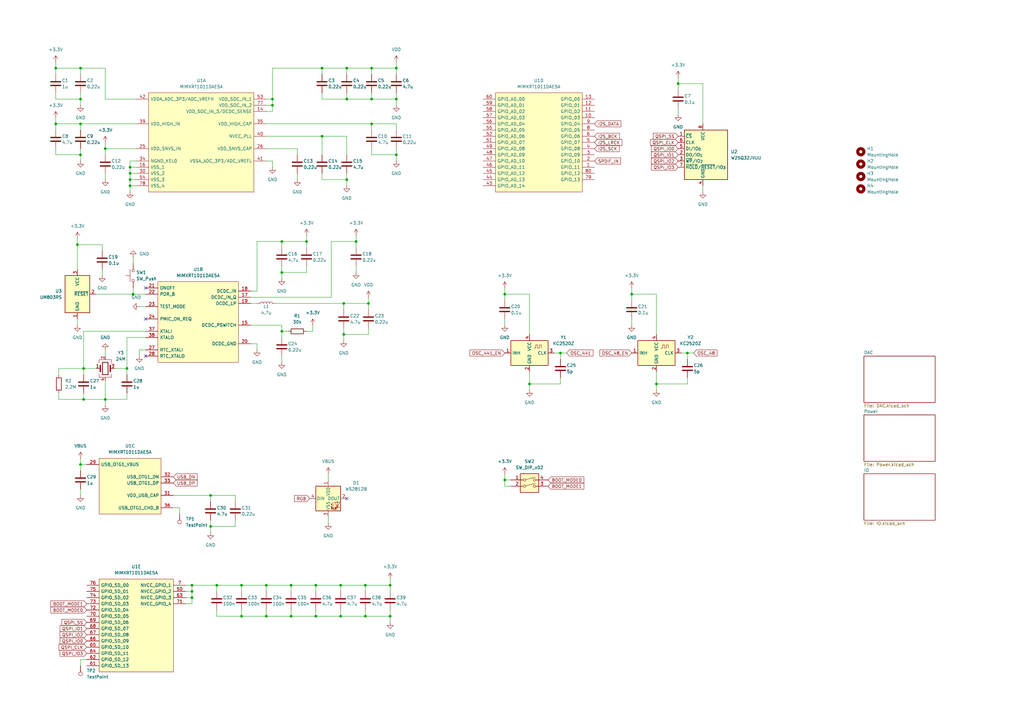
<source format=kicad_sch>
(kicad_sch (version 20250114) (generator "eeschema") (generator_version "9.0")
  (paper "A3")
  (title_block (title "PHASE-1/Digital_Audio_Interface") (rev "1") (company "Paranoid Workshop"))
  (junction (at 115.57 99.06))
  (junction (at 78.74 242.57))
  (junction (at 53.34 76.2))
  (junction (at 259.08 120.65))
  (junction (at 33.02 27.94))
  (junction (at 99.06 252.73))
  (junction (at 86.36 215.9))
  (junction (at 152.4 40.64))
  (junction (at 31.75 100.33))
  (junction (at 229.87 144.78))
  (junction (at 119.38 240.03))
  (junction (at 142.24 73.66))
  (junction (at 33.02 63.5))
  (junction (at 149.86 240.03))
  (junction (at 22.86 50.8))
  (junction (at 33.02 190.5))
  (junction (at 86.36 203.2))
  (junction (at 125.73 99.06))
  (junction (at 278.13 34.29))
  (junction (at 139.7 252.73))
  (junction (at 162.56 63.5))
  (junction (at 139.7 240.03))
  (junction (at 54.61 120.65))
  (junction (at 109.22 252.73))
  (junction (at 53.34 71.12))
  (junction (at 111.76 43.18))
  (junction (at 119.38 252.73))
  (junction (at 109.22 240.03))
  (junction (at 162.56 40.64))
  (junction (at 149.86 252.73))
  (junction (at 22.86 27.94))
  (junction (at 269.24 157.48))
  (junction (at 53.34 68.58))
  (junction (at 111.76 40.64))
  (junction (at 34.29 151.13))
  (junction (at 160.02 252.73))
  (junction (at 140.97 124.46))
  (junction (at 132.08 27.94))
  (junction (at 34.29 163.83))
  (junction (at 43.18 60.96))
  (junction (at 115.57 135.89))
  (junction (at 129.54 240.03))
  (junction (at 142.24 40.64))
  (junction (at 152.4 27.94))
  (junction (at 207.01 120.65))
  (junction (at 152.4 50.8))
  (junction (at 140.97 137.16))
  (junction (at 53.34 73.66))
  (junction (at 217.17 157.48))
  (junction (at 78.74 240.03))
  (junction (at 207.01 196.85))
  (junction (at 151.13 124.46))
  (junction (at 146.05 99.06))
  (junction (at 52.07 151.13))
  (junction (at 78.74 245.11))
  (junction (at 33.02 40.64))
  (junction (at 33.02 50.8))
  (junction (at 115.57 111.76))
  (junction (at 88.9 240.03))
  (junction (at 160.02 240.03))
  (junction (at 43.18 163.83))
  (junction (at 142.24 27.94))
  (junction (at 132.08 55.88))
  (junction (at 162.56 27.94))
  (junction (at 99.06 240.03))
  (junction (at 281.94 144.78))
  (junction (at 129.54 252.73))
  (no_connect (at 59.69 118.11))
  (no_connect (at 59.69 146.05))
  (no_connect (at 59.69 130.81))
  (no_connect (at 142.24 204.47))
  (wire (pts (xy 43.18 27.94) (xy 43.18 40.64)))
  (wire (pts (xy 99.06 252.73) (xy 109.22 252.73)))
  (wire (pts (xy 269.24 157.48) (xy 281.94 157.48)))
  (wire (pts (xy 217.17 157.48) (xy 217.17 160.02)))
  (wire (pts (xy 86.36 215.9) (xy 96.52 215.9)))
  (wire (pts (xy 132.08 27.94) (xy 142.24 27.94)))
  (wire (pts (xy 259.08 123.19) (xy 259.08 120.65)))
  (wire (pts (xy 59.69 125.73) (xy 57.15 125.73)))
  (wire (pts (xy 129.54 250.19) (xy 129.54 252.73)))
  (wire (pts (xy 142.24 71.12) (xy 142.24 73.66)))
  (wire (pts (xy 146.05 96.52) (xy 146.05 99.06)))
  (wire (pts (xy 217.17 120.65) (xy 217.17 137.16)))
  (wire (pts (xy 146.05 99.06) (xy 135.89 99.06)))
  (wire (pts (xy 139.7 240.03) (xy 149.86 240.03)))
  (wire (pts (xy 151.13 124.46) (xy 151.13 127)))
  (wire (pts (xy 111.76 45.72) (xy 109.22 45.72)))
  (wire (pts (xy 207.01 199.39) (xy 207.01 196.85)))
  (wire (pts (xy 78.74 240.03) (xy 88.9 240.03)))
  (wire (pts (xy 134.62 212.09) (xy 134.62 214.63)))
  (wire (pts (xy 76.2 242.57) (xy 78.74 242.57)))
  (wire (pts (xy 207.01 118.11) (xy 207.01 120.65)))
  (wire (pts (xy 160.02 252.73) (xy 149.86 252.73)))
  (wire (pts (xy 152.4 50.8) (xy 152.4 53.34)))
  (wire (pts (xy 109.22 252.73) (xy 109.22 250.19)))
  (wire (pts (xy 142.24 40.64) (xy 152.4 40.64)))
  (wire (pts (xy 125.73 99.06) (xy 115.57 99.06)))
  (wire (pts (xy 111.76 66.04) (xy 111.76 68.58)))
  (wire (pts (xy 76.2 247.65) (xy 78.74 247.65)))
  (wire (pts (xy 142.24 73.66) (xy 142.24 76.2)))
  (wire (pts (xy 33.02 63.5) (xy 22.86 63.5)))
  (wire (pts (xy 39.37 120.65) (xy 54.61 120.65)))
  (wire (pts (xy 109.22 242.57) (xy 109.22 240.03)))
  (wire (pts (xy 78.74 242.57) (xy 78.74 240.03)))
  (wire (pts (xy 34.29 151.13) (xy 34.29 153.67)))
  (wire (pts (xy 139.7 250.19) (xy 139.7 252.73)))
  (wire (pts (xy 281.94 144.78) (xy 279.4 144.78)))
  (wire (pts (xy 128.27 133.35) (xy 128.27 135.89)))
  (wire (pts (xy 54.61 120.65) (xy 59.69 120.65)))
  (wire (pts (xy 229.87 144.78) (xy 229.87 147.32)))
  (wire (pts (xy 96.52 213.36) (xy 96.52 215.9)))
  (wire (pts (xy 115.57 135.89) (xy 115.57 133.35)))
  (wire (pts (xy 54.61 105.41) (xy 54.61 107.95)))
  (wire (pts (xy 43.18 143.51) (xy 43.18 146.05)))
  (wire (pts (xy 88.9 252.73) (xy 88.9 250.19)))
  (wire (pts (xy 88.9 242.57) (xy 88.9 240.03)))
  (wire (pts (xy 142.24 55.88) (xy 142.24 63.5)))
  (wire (pts (xy 57.15 143.51) (xy 57.15 146.05)))
  (wire (pts (xy 22.86 63.5) (xy 22.86 60.96)))
  (wire (pts (xy 99.06 240.03) (xy 99.06 242.57)))
  (wire (pts (xy 73.66 208.28) (xy 73.66 210.82)))
  (wire (pts (xy 121.92 71.12) (xy 121.92 73.66)))
  (wire (pts (xy 102.87 119.38) (xy 105.41 119.38)))
  (wire (pts (xy 33.02 190.5) (xy 35.56 190.5)))
  (wire (pts (xy 54.61 118.11) (xy 54.61 120.65)))
  (wire (pts (xy 129.54 240.03) (xy 119.38 240.03)))
  (wire (pts (xy 162.56 60.96) (xy 162.56 63.5)))
  (wire (pts (xy 162.56 50.8) (xy 162.56 53.34)))
  (wire (pts (xy 31.75 100.33) (xy 31.75 110.49)))
  (wire (pts (xy 160.02 242.57) (xy 160.02 240.03)))
  (wire (pts (xy 115.57 111.76) (xy 115.57 114.3)))
  (wire (pts (xy 162.56 63.5) (xy 162.56 66.04)))
  (wire (pts (xy 115.57 111.76) (xy 125.73 111.76)))
  (wire (pts (xy 121.92 63.5) (xy 121.92 60.96)))
  (wire (pts (xy 281.94 157.48) (xy 281.94 154.94)))
  (wire (pts (xy 22.86 25.4) (xy 22.86 27.94)))
  (wire (pts (xy 34.29 163.83) (xy 34.29 161.29)))
  (wire (pts (xy 102.87 121.92) (xy 135.89 121.92)))
  (wire (pts (xy 132.08 55.88) (xy 132.08 63.5)))
  (wire (pts (xy 125.73 109.22) (xy 125.73 111.76)))
  (wire (pts (xy 139.7 240.03) (xy 139.7 242.57)))
  (wire (pts (xy 24.13 151.13) (xy 34.29 151.13)))
  (wire (pts (xy 53.34 71.12) (xy 53.34 73.66)))
  (wire (pts (xy 209.55 199.39) (xy 207.01 199.39)))
  (wire (pts (xy 33.02 40.64) (xy 22.86 40.64)))
  (wire (pts (xy 111.76 43.18) (xy 111.76 45.72)))
  (wire (pts (xy 207.01 194.31) (xy 207.01 196.85)))
  (wire (pts (xy 162.56 38.1) (xy 162.56 40.64)))
  (wire (pts (xy 125.73 99.06) (xy 125.73 101.6)))
  (wire (pts (xy 278.13 44.45) (xy 278.13 46.99)))
  (wire (pts (xy 115.57 135.89) (xy 115.57 138.43)))
  (wire (pts (xy 113.03 124.46) (xy 140.97 124.46)))
  (wire (pts (xy 132.08 73.66) (xy 132.08 71.12)))
  (wire (pts (xy 43.18 60.96) (xy 55.88 60.96)))
  (wire (pts (xy 52.07 151.13) (xy 46.99 151.13)))
  (wire (pts (xy 284.48 144.78) (xy 281.94 144.78)))
  (wire (pts (xy 142.24 40.64) (xy 132.08 40.64)))
  (wire (pts (xy 152.4 63.5) (xy 152.4 60.96)))
  (wire (pts (xy 152.4 30.48) (xy 152.4 27.94)))
  (wire (pts (xy 142.24 27.94) (xy 142.24 30.48)))
  (wire (pts (xy 259.08 118.11) (xy 259.08 120.65)))
  (wire (pts (xy 102.87 140.97) (xy 105.41 140.97)))
  (wire (pts (xy 152.4 27.94) (xy 162.56 27.94)))
  (wire (pts (xy 278.13 36.83) (xy 278.13 34.29)))
  (wire (pts (xy 217.17 157.48) (xy 229.87 157.48)))
  (wire (pts (xy 121.92 60.96) (xy 109.22 60.96)))
  (wire (pts (xy 59.69 138.43) (xy 52.07 138.43)))
  (wire (pts (xy 78.74 247.65) (xy 78.74 245.11)))
  (wire (pts (xy 139.7 252.73) (xy 149.86 252.73)))
  (wire (pts (xy 43.18 163.83) (xy 43.18 166.37)))
  (wire (pts (xy 33.02 27.94) (xy 43.18 27.94)))
  (wire (pts (xy 140.97 137.16) (xy 151.13 137.16)))
  (wire (pts (xy 99.06 240.03) (xy 109.22 240.03)))
  (wire (pts (xy 160.02 237.49) (xy 160.02 240.03)))
  (wire (pts (xy 278.13 34.29) (xy 288.29 34.29)))
  (wire (pts (xy 151.13 121.92) (xy 151.13 124.46)))
  (wire (pts (xy 88.9 240.03) (xy 99.06 240.03)))
  (wire (pts (xy 33.02 200.66) (xy 33.02 203.2)))
  (wire (pts (xy 115.57 135.89) (xy 118.11 135.89)))
  (wire (pts (xy 22.86 27.94) (xy 33.02 27.94)))
  (wire (pts (xy 43.18 40.64) (xy 55.88 40.64)))
  (wire (pts (xy 102.87 124.46) (xy 105.41 124.46)))
  (wire (pts (xy 78.74 240.03) (xy 76.2 240.03)))
  (wire (pts (xy 35.56 270.51) (xy 33.02 270.51)))
  (wire (pts (xy 132.08 30.48) (xy 132.08 27.94)))
  (wire (pts (xy 33.02 187.96) (xy 33.02 190.5)))
  (wire (pts (xy 33.02 27.94) (xy 33.02 30.48)))
  (wire (pts (xy 99.06 252.73) (xy 88.9 252.73)))
  (wire (pts (xy 269.24 120.65) (xy 269.24 137.16)))
  (wire (pts (xy 53.34 73.66) (xy 53.34 76.2)))
  (wire (pts (xy 109.22 55.88) (xy 132.08 55.88)))
  (wire (pts (xy 259.08 120.65) (xy 269.24 120.65)))
  (wire (pts (xy 86.36 203.2) (xy 86.36 205.74)))
  (wire (pts (xy 142.24 55.88) (xy 132.08 55.88)))
  (wire (pts (xy 134.62 194.31) (xy 134.62 196.85)))
  (wire (pts (xy 269.24 152.4) (xy 269.24 157.48)))
  (wire (pts (xy 105.41 140.97) (xy 105.41 143.51)))
  (wire (pts (xy 109.22 240.03) (xy 119.38 240.03)))
  (wire (pts (xy 86.36 215.9) (xy 86.36 218.44)))
  (wire (pts (xy 109.22 40.64) (xy 111.76 40.64)))
  (wire (pts (xy 162.56 25.4) (xy 162.56 27.94)))
  (wire (pts (xy 71.12 208.28) (xy 73.66 208.28)))
  (wire (pts (xy 140.97 137.16) (xy 140.97 139.7)))
  (wire (pts (xy 151.13 134.62) (xy 151.13 137.16)))
  (wire (pts (xy 125.73 96.52) (xy 125.73 99.06)))
  (wire (pts (xy 162.56 63.5) (xy 152.4 63.5)))
  (wire (pts (xy 53.34 68.58) (xy 55.88 68.58)))
  (wire (pts (xy 119.38 252.73) (xy 109.22 252.73)))
  (wire (pts (xy 140.97 137.16) (xy 140.97 134.62)))
  (wire (pts (xy 232.41 144.78) (xy 229.87 144.78)))
  (wire (pts (xy 129.54 242.57) (xy 129.54 240.03)))
  (wire (pts (xy 162.56 27.94) (xy 162.56 30.48)))
  (wire (pts (xy 281.94 144.78) (xy 281.94 147.32)))
  (wire (pts (xy 139.7 252.73) (xy 129.54 252.73)))
  (wire (pts (xy 207.01 120.65) (xy 217.17 120.65)))
  (wire (pts (xy 41.91 110.49) (xy 41.91 113.03)))
  (wire (pts (xy 115.57 146.05) (xy 115.57 148.59)))
  (wire (pts (xy 41.91 100.33) (xy 41.91 102.87)))
  (wire (pts (xy 43.18 63.5) (xy 43.18 60.96)))
  (wire (pts (xy 151.13 124.46) (xy 140.97 124.46)))
  (wire (pts (xy 52.07 163.83) (xy 43.18 163.83)))
  (wire (pts (xy 217.17 152.4) (xy 217.17 157.48)))
  (wire (pts (xy 53.34 71.12) (xy 55.88 71.12)))
  (wire (pts (xy 43.18 156.21) (xy 43.18 163.83)))
  (wire (pts (xy 229.87 144.78) (xy 227.33 144.78)))
  (wire (pts (xy 78.74 245.11) (xy 78.74 242.57)))
  (wire (pts (xy 96.52 203.2) (xy 86.36 203.2)))
  (wire (pts (xy 52.07 138.43) (xy 52.07 151.13)))
  (wire (pts (xy 109.22 43.18) (xy 111.76 43.18)))
  (wire (pts (xy 22.86 50.8) (xy 22.86 53.34)))
  (wire (pts (xy 142.24 38.1) (xy 142.24 40.64)))
  (wire (pts (xy 162.56 40.64) (xy 162.56 43.18)))
  (wire (pts (xy 207.01 123.19) (xy 207.01 120.65)))
  (wire (pts (xy 135.89 99.06) (xy 135.89 121.92)))
  (wire (pts (xy 99.06 250.19) (xy 99.06 252.73)))
  (wire (pts (xy 162.56 50.8) (xy 152.4 50.8)))
  (wire (pts (xy 86.36 215.9) (xy 86.36 213.36)))
  (wire (pts (xy 109.22 50.8) (xy 152.4 50.8)))
  (wire (pts (xy 33.02 40.64) (xy 33.02 43.18)))
  (wire (pts (xy 59.69 135.89) (xy 34.29 135.89)))
  (wire (pts (xy 33.02 50.8) (xy 22.86 50.8)))
  (wire (pts (xy 229.87 157.48) (xy 229.87 154.94)))
  (wire (pts (xy 111.76 27.94) (xy 111.76 40.64)))
  (wire (pts (xy 24.13 163.83) (xy 34.29 163.83)))
  (wire (pts (xy 53.34 73.66) (xy 55.88 73.66)))
  (wire (pts (xy 129.54 240.03) (xy 139.7 240.03)))
  (wire (pts (xy 109.22 66.04) (xy 111.76 66.04)))
  (wire (pts (xy 31.75 130.81) (xy 31.75 133.35)))
  (wire (pts (xy 43.18 71.12) (xy 43.18 73.66)))
  (wire (pts (xy 129.54 252.73) (xy 119.38 252.73)))
  (wire (pts (xy 22.86 30.48) (xy 22.86 27.94)))
  (wire (pts (xy 149.86 252.73) (xy 149.86 250.19)))
  (wire (pts (xy 146.05 101.6) (xy 146.05 99.06)))
  (wire (pts (xy 119.38 250.19) (xy 119.38 252.73)))
  (wire (pts (xy 53.34 66.04) (xy 53.34 68.58)))
  (wire (pts (xy 160.02 250.19) (xy 160.02 252.73)))
  (wire (pts (xy 149.86 242.57) (xy 149.86 240.03)))
  (wire (pts (xy 96.52 203.2) (xy 96.52 205.74)))
  (wire (pts (xy 162.56 40.64) (xy 152.4 40.64)))
  (wire (pts (xy 105.41 119.38) (xy 105.41 99.06)))
  (wire (pts (xy 259.08 130.81) (xy 259.08 133.35)))
  (wire (pts (xy 33.02 50.8) (xy 33.02 53.34)))
  (wire (pts (xy 288.29 76.2) (xy 288.29 78.74)))
  (wire (pts (xy 102.87 133.35) (xy 115.57 133.35)))
  (wire (pts (xy 22.86 48.26) (xy 22.86 50.8)))
  (wire (pts (xy 33.02 270.51) (xy 33.02 273.05)))
  (wire (pts (xy 132.08 40.64) (xy 132.08 38.1)))
  (wire (pts (xy 160.02 240.03) (xy 149.86 240.03)))
  (wire (pts (xy 140.97 124.46) (xy 140.97 127)))
  (wire (pts (xy 55.88 50.8) (xy 33.02 50.8)))
  (wire (pts (xy 142.24 27.94) (xy 152.4 27.94)))
  (wire (pts (xy 33.02 60.96) (xy 33.02 63.5)))
  (wire (pts (xy 59.69 143.51) (xy 57.15 143.51)))
  (wire (pts (xy 76.2 245.11) (xy 78.74 245.11)))
  (wire (pts (xy 71.12 203.2) (xy 86.36 203.2)))
  (wire (pts (xy 43.18 58.42) (xy 43.18 60.96)))
  (wire (pts (xy 115.57 99.06) (xy 115.57 101.6)))
  (wire (pts (xy 33.02 63.5) (xy 33.02 66.04)))
  (wire (pts (xy 278.13 31.75) (xy 278.13 34.29)))
  (wire (pts (xy 115.57 111.76) (xy 115.57 109.22)))
  (wire (pts (xy 53.34 76.2) (xy 55.88 76.2)))
  (wire (pts (xy 53.34 76.2) (xy 53.34 78.74)))
  (wire (pts (xy 24.13 161.29) (xy 24.13 163.83)))
  (wire (pts (xy 105.41 99.06) (xy 115.57 99.06)))
  (wire (pts (xy 33.02 190.5) (xy 33.02 193.04)))
  (wire (pts (xy 119.38 240.03) (xy 119.38 242.57)))
  (wire (pts (xy 269.24 157.48) (xy 269.24 160.02)))
  (wire (pts (xy 43.18 163.83) (xy 34.29 163.83)))
  (wire (pts (xy 31.75 97.79) (xy 31.75 100.33)))
  (wire (pts (xy 132.08 27.94) (xy 111.76 27.94)))
  (wire (pts (xy 111.76 40.64) (xy 111.76 43.18)))
  (wire (pts (xy 207.01 130.81) (xy 207.01 133.35)))
  (wire (pts (xy 53.34 68.58) (xy 53.34 71.12)))
  (wire (pts (xy 52.07 151.13) (xy 52.07 153.67)))
  (wire (pts (xy 34.29 151.13) (xy 39.37 151.13)))
  (wire (pts (xy 22.86 40.64) (xy 22.86 38.1)))
  (wire (pts (xy 33.02 38.1) (xy 33.02 40.64)))
  (wire (pts (xy 142.24 73.66) (xy 132.08 73.66)))
  (wire (pts (xy 41.91 100.33) (xy 31.75 100.33)))
  (wire (pts (xy 152.4 40.64) (xy 152.4 38.1)))
  (wire (pts (xy 34.29 135.89) (xy 34.29 151.13)))
  (wire (pts (xy 52.07 161.29) (xy 52.07 163.83)))
  (wire (pts (xy 160.02 252.73) (xy 160.02 255.27)))
  (wire (pts (xy 55.88 66.04) (xy 53.34 66.04)))
  (wire (pts (xy 128.27 135.89) (xy 125.73 135.89)))
  (wire (pts (xy 146.05 109.22) (xy 146.05 111.76)))
  (wire (pts (xy 288.29 34.29) (xy 288.29 50.8)))
  (wire (pts (xy 24.13 153.67) (xy 24.13 151.13)))
  (wire (pts (xy 207.01 196.85) (xy 209.55 196.85)))
  (global_label "QSPI_CLK" (shape input) (at 35.56 265.43 180) (property "Intersheetrefs" "${INTERSHEET_REFS}" (effects (hide yes))))
  (global_label "BOOT_MODE0" (shape input) (at 35.56 250.19 180) (property "Intersheetrefs" "${INTERSHEET_REFS}" (effects (hide yes))))
  (global_label "QSPI_CLK" (shape input) (at 278.13 58.42 180) (property "Intersheetrefs" "${INTERSHEET_REFS}" (effects (hide yes))))
  (global_label "QSPI_IO1" (shape input) (at 35.56 257.81 180) (property "Intersheetrefs" "${INTERSHEET_REFS}" (effects (hide yes))))
  (global_label "BOOT_MODE1" (shape input) (at 35.56 247.65 180) (property "Intersheetrefs" "${INTERSHEET_REFS}" (effects (hide yes))))
  (global_label "QSPI_IO3" (shape input) (at 35.56 267.97 180) (property "Intersheetrefs" "${INTERSHEET_REFS}" (effects (hide yes))))
  (global_label "USB_DP" (shape input) (at 71.12 198.12 0) (property "Intersheetrefs" "${INTERSHEET_REFS}" (effects (hide yes))))
  (global_label "QSPI_IO2" (shape input) (at 278.13 66.04 180) (property "Intersheetrefs" "${INTERSHEET_REFS}" (effects (hide yes))))
  (global_label "QSPI_SS" (shape input) (at 278.13 55.88 180) (property "Intersheetrefs" "${INTERSHEET_REFS}" (effects (hide yes))))
  (global_label "OSC_48_EN" (shape input) (at 259.08 144.78 180) (property "Intersheetrefs" "${INTERSHEET_REFS}" (effects (hide yes))))
  (global_label "I2S_BCK" (shape input) (at 243.84 55.88 0) (property "Intersheetrefs" "${INTERSHEET_REFS}" (effects (hide yes))))
  (global_label "QSPI_IO1" (shape input) (at 278.13 63.5 180) (property "Intersheetrefs" "${INTERSHEET_REFS}" (effects (hide yes))))
  (global_label "QSPI_IO3" (shape input) (at 278.13 68.58 180) (property "Intersheetrefs" "${INTERSHEET_REFS}" (effects (hide yes))))
  (global_label "I2S_LRCK" (shape input) (at 243.84 58.42 0) (property "Intersheetrefs" "${INTERSHEET_REFS}" (effects (hide yes))))
  (global_label "USB_DN" (shape input) (at 71.12 195.58 0) (property "Intersheetrefs" "${INTERSHEET_REFS}" (effects (hide yes))))
  (global_label "OSC_441_EN" (shape input) (at 207.01 144.78 180) (property "Intersheetrefs" "${INTERSHEET_REFS}" (effects (hide yes))))
  (global_label "OSC_441" (shape input) (at 232.41 144.78 0) (property "Intersheetrefs" "${INTERSHEET_REFS}" (effects (hide yes))))
  (global_label "I2S_DATA" (shape input) (at 243.84 50.8 0) (property "Intersheetrefs" "${INTERSHEET_REFS}" (effects (hide yes))))
  (global_label "I2S_SCK" (shape input) (at 243.84 60.96 0) (property "Intersheetrefs" "${INTERSHEET_REFS}" (effects (hide yes))))
  (global_label "BOOT_MODE0" (shape input) (at 224.79 196.85 0) (property "Intersheetrefs" "${INTERSHEET_REFS}" (effects (hide yes))))
  (global_label "QSPI_IO0" (shape input) (at 35.56 262.89 180) (property "Intersheetrefs" "${INTERSHEET_REFS}" (effects (hide yes))))
  (global_label "RGB" (shape input) (at 127 204.47 180) (property "Intersheetrefs" "${INTERSHEET_REFS}" (effects (hide yes))))
  (global_label "QSPI_IO2" (shape input) (at 35.56 260.35 180) (property "Intersheetrefs" "${INTERSHEET_REFS}" (effects (hide yes))))
  (global_label "QSPI_IO0" (shape input) (at 278.13 60.96 180) (property "Intersheetrefs" "${INTERSHEET_REFS}" (effects (hide yes))))
  (global_label "OSC_48" (shape input) (at 284.48 144.78 0) (property "Intersheetrefs" "${INTERSHEET_REFS}" (effects (hide yes))))
  (global_label "QSPI_SS" (shape input) (at 35.56 255.27 180) (property "Intersheetrefs" "${INTERSHEET_REFS}" (effects (hide yes))))
  (global_label "SPDIF_IN" (shape input) (at 243.84 66.04 0) (property "Intersheetrefs" "${INTERSHEET_REFS}" (effects (hide yes))))
  (global_label "BOOT_MODE1" (shape input) (at 224.79 199.39 0) (property "Intersheetrefs" "${INTERSHEET_REFS}" (effects (hide yes))))
  (symbol (lib_id "power:GND") (at 115.57 114.3 0) (unit 1)
    (property "Reference" "#PWR023" (effects (hide yes)))
    (property "Value" "GND" (at 115.57 119.38 0))
    (property "Description" "Power symbol creates a global label with name \"GND\" , ground" (effects (hide yes)))
  )
  (symbol (lib_id "Device:C") (at 33.02 196.85 0) (unit 1)
    (property "Reference" "C29" (at 35.56 195.58 0) (effects (justify left)))
    (property "Value" "1u" (at 35.56 198.12 0) (effects (justify left)))
    (property "Footprint" "Capacitor_SMD:C_0402_1005Metric" (effects (hide yes)))
    (property "Description" "Unpolarized capacitor" (effects (hide yes)))
  )
  (symbol (lib_id "Device:C") (at 88.9 246.38 0) (unit 1)
    (property "Reference" "C32" (at 91.44 245.11 0) (effects (justify left)))
    (property "Value" "100n" (at 91.44 247.65 0) (effects (justify left)))
    (property "Footprint" "Capacitor_SMD:C_0402_1005Metric" (effects (hide yes)))
    (property "Description" "Unpolarized capacitor" (effects (hide yes)))
  )
  (symbol (lib_id "power:VDD") (at 151.13 121.92 0) (unit 1)
    (property "Reference" "#PWR026" (effects (hide yes)))
    (property "Value" "VDD" (at 151.13 116.84 0))
    (property "Description" "Power symbol creates a global label with name \"VDD\"" (effects (hide yes)))
  )
  (symbol (lib_id "Device:C") (at 22.86 57.15 0) (unit 1)
    (property "Reference" "C8" (at 25.4 55.88 0) (effects (justify left)))
    (property "Value" "4.7u" (at 25.4 58.42 0) (effects (justify left)))
    (property "Footprint" "Capacitor_SMD:C_0402_1005Metric" (effects (hide yes)))
    (property "Description" "Unpolarized capacitor" (effects (hide yes)))
  )
  (symbol (lib_id "Device:Crystal_GND24") (at 43.18 151.13 0) (unit 1)
    (property "Reference" "Y3" (at 49.53 144.7098 0))
    (property "Value" "24M" (at 49.53 147.2498 0))
    (property "Footprint" "Oscillator:Oscillator_SMD_Kyocera_KC2520Z-4Pin_2.5x2.0mm" (effects (hide yes)))
    (property "Description" "Four pin crystal, GND on pins 2 and 4" (effects (hide yes)))
  )
  (symbol (lib_id "Device:C") (at 119.38 246.38 0) (unit 1)
    (property "Reference" "C35" (at 121.92 245.11 0) (effects (justify left)))
    (property "Value" "100n" (at 121.92 247.65 0) (effects (justify left)))
    (property "Footprint" "Capacitor_SMD:C_0402_1005Metric" (effects (hide yes)))
    (property "Description" "Unpolarized capacitor" (effects (hide yes)))
  )
  (symbol (lib_id "power:+3.3V") (at 207.01 118.11 0) (unit 1)
    (property "Reference" "#PWR024" (effects (hide yes)))
    (property "Value" "+3.3V" (at 207.01 113.03 0))
    (property "Description" "Power symbol creates a global label with name \"+3.3V\"" (effects (hide yes)))
  )
  (symbol (lib_id "power:+3.3V") (at 125.73 96.52 0) (unit 1)
    (property "Reference" "#PWR017" (effects (hide yes)))
    (property "Value" "+3.3V" (at 125.73 91.44 0))
    (property "Description" "Power symbol creates a global label with name \"+3.3V\"" (effects (hide yes)))
  )
  (symbol (lib_id "utils:MIMXRT1011DAE5A") (at 81.28 132.08 0) (unit 2)
    (property "Reference" "U1" (at 81.28 110.49 0))
    (property "Value" "MIMXRT1011DAE5A" (at 81.28 113.03 0))
    (property "Footprint" "Package_QFP:LQFP-80_12x12mm_P0.5mm" (effects (hide yes)))
    (property "Datasheet" "http://www.nxp.com/docs/en/data-sheet/IMXRT1010CEC.pdf" (effects (hide yes)))
    (property "Description" "ARM Microcontrollers - MCU i.MX RT1010 Crossover MCU with Arm<sup> </sup> Cortex<sup> </sup>-M7 core" (effects (hide yes)))
    (property "Description_1" "ARM Microcontrollers - MCU i.MX RT1010 Crossover MCU with Arm<sup> </sup> Cortex<sup> </sup>-M7 core" (effects (hide yes)))
    (property "Height" "1.6" (effects (hide yes)))
    (property "Manufacturer_Name" "NXP" (effects (hide yes)))
    (property "Manufacturer_Part_Number" "MIMXRT1011DAE5A" (effects (hide yes)))
    (property "Mouser Part Number" "771-MIMXRT1011DAE5A" (effects (hide yes)))
    (property "Mouser Price/Stock" "https://www.mouser.co.uk/ProductDetail/NXP-Semiconductors/MIMXRT1011DAE5A?qs=P1JMDcb91o5GoeF%252BJrcvqQ%3D%3D" (effects (hide yes)))
    (property "Arrow Part Number" "MIMXRT1011DAE5A" (effects (hide yes)))
    (property "Arrow Price/Stock" "https://www.arrow.com/en/products/mimxrt1011dae5a/nxp-semiconductors?region=nac" (effects (hide yes)))
  )
  (symbol (lib_id "power:VBUS") (at 134.62 194.31 0) (unit 1)
    (property "Reference" "#PWR041" (effects (hide yes)))
    (property "Value" "VBUS" (at 134.62 189.23 0))
    (property "Description" "Power symbol creates a global label with name \"VBUS\"" (effects (hide yes)))
  )
  (symbol (lib_id "power:+3.3V") (at 278.13 31.75 0) (unit 1)
    (property "Reference" "#PWR03" (effects (hide yes)))
    (property "Value" "+3.3V" (at 278.13 26.67 0))
    (property "Description" "Power symbol creates a global label with name \"+3.3V\"" (effects (hide yes)))
  )
  (symbol (lib_id "Device:C") (at 162.56 57.15 0) (unit 1)
    (property "Reference" "C11" (at 165.1 55.88 0) (effects (justify left)))
    (property "Value" "0.22u" (at 165.1 58.42 0) (effects (justify left)))
    (property "Footprint" "Capacitor_SMD:C_0402_1005Metric" (effects (hide yes)))
    (property "Description" "Unpolarized capacitor" (effects (hide yes)))
  )
  (symbol (lib_id "power:GND") (at 33.02 66.04 0) (unit 1)
    (property "Reference" "#PWR09" (effects (hide yes)))
    (property "Value" "GND" (at 33.02 71.12 0))
    (property "Description" "Power symbol creates a global label with name \"GND\" , ground" (effects (hide yes)))
  )
  (symbol (lib_id "power:+3.3V") (at 160.02 237.49 0) (unit 1)
    (property "Reference" "#PWR046" (effects (hide yes)))
    (property "Value" "+3.3V" (at 160.02 232.41 0))
    (property "Description" "Power symbol creates a global label with name \"+3.3V\"" (effects (hide yes)))
  )
  (symbol (lib_id "Device:C") (at 86.36 209.55 0) (unit 1)
    (property "Reference" "C30" (at 88.9 208.28 0) (effects (justify left)))
    (property "Value" "4.7u" (at 88.9 210.82 0) (effects (justify left)))
    (property "Footprint" "Capacitor_SMD:C_0402_1005Metric" (effects (hide yes)))
    (property "Description" "Unpolarized capacitor" (effects (hide yes)))
  )
  (symbol (lib_id "Connector:TestPoint") (at 73.66 210.82 180) (unit 1)
    (property "Reference" "TP1" (at 76.2 212.8519 0) (effects (justify right)))
    (property "Value" "TestPoint" (at 76.2 215.3919 0) (effects (justify right)))
    (property "Footprint" "TestPoint:TestPoint_Pad_D1.0mm" (effects (hide yes)))
    (property "Description" "test point" (effects (hide yes)))
  )
  (symbol (lib_id "Device:R") (at 24.13 157.48 0) (unit 1)
    (property "Reference" "R2" (at 26.67 156.2099 0) (effects (justify left)))
    (property "Value" "2.2M" (at 26.67 158.7499 0) (effects (justify left)))
    (property "Footprint" "Resistor_SMD:R_0402_1005Metric" (effects (hide yes)))
    (property "Description" "Resistor" (effects (hide yes)))
  )
  (symbol (lib_id "Device:C") (at 152.4 57.15 0) (unit 1)
    (property "Reference" "C10" (at 154.94 55.88 0) (effects (justify left)))
    (property "Value" "4.7u" (at 154.94 58.42 0) (effects (justify left)))
    (property "Footprint" "Capacitor_SMD:C_0402_1005Metric" (effects (hide yes)))
    (property "Description" "Unpolarized capacitor" (effects (hide yes)))
  )
  (symbol (lib_id "power:GND") (at 288.29 78.74 0) (unit 1)
    (property "Reference" "#PWR016" (effects (hide yes)))
    (property "Value" "GND" (at 288.29 83.82 0))
    (property "Description" "Power symbol creates a global label with name \"GND\" , ground" (effects (hide yes)))
  )
  (symbol (lib_id "power:GND") (at 43.18 73.66 0) (unit 1)
    (property "Reference" "#PWR012" (effects (hide yes)))
    (property "Value" "GND" (at 43.18 78.74 0))
    (property "Description" "Power symbol creates a global label with name \"GND\" , ground" (effects (hide yes)))
  )
  (symbol (lib_id "utils:MIMXRT1011DAE5A") (at 55.88 256.54 0) (unit 5)
    (property "Reference" "U1" (at 55.88 232.41 0))
    (property "Value" "MIMXRT1011DAE5A" (at 55.88 234.95 0))
    (property "Footprint" "Package_QFP:LQFP-80_12x12mm_P0.5mm" (effects (hide yes)))
    (property "Datasheet" "http://www.nxp.com/docs/en/data-sheet/IMXRT1010CEC.pdf" (effects (hide yes)))
    (property "Description" "ARM Microcontrollers - MCU i.MX RT1010 Crossover MCU with Arm<sup> </sup> Cortex<sup> </sup>-M7 core" (effects (hide yes)))
    (property "Description_1" "ARM Microcontrollers - MCU i.MX RT1010 Crossover MCU with Arm<sup> </sup> Cortex<sup> </sup>-M7 core" (effects (hide yes)))
    (property "Height" "1.6" (effects (hide yes)))
    (property "Manufacturer_Name" "NXP" (effects (hide yes)))
    (property "Manufacturer_Part_Number" "MIMXRT1011DAE5A" (effects (hide yes)))
    (property "Mouser Part Number" "771-MIMXRT1011DAE5A" (effects (hide yes)))
    (property "Mouser Price/Stock" "https://www.mouser.co.uk/ProductDetail/NXP-Semiconductors/MIMXRT1011DAE5A?qs=P1JMDcb91o5GoeF%252BJrcvqQ%3D%3D" (effects (hide yes)))
    (property "Arrow Part Number" "MIMXRT1011DAE5A" (effects (hide yes)))
    (property "Arrow Price/Stock" "https://www.arrow.com/en/products/mimxrt1011dae5a/nxp-semiconductors?region=nac" (effects (hide yes)))
  )
  (symbol (lib_id "Device:C") (at 152.4 34.29 0) (unit 1)
    (property "Reference" "C5" (at 154.94 33.02 0) (effects (justify left)))
    (property "Value" "0.22u" (at 154.94 35.56 0) (effects (justify left)))
    (property "Footprint" "Capacitor_SMD:C_0402_1005Metric" (effects (hide yes)))
    (property "Description" "Unpolarized capacitor" (effects (hide yes)))
  )
  (symbol (lib_id "utils:MIMXRT1011DAE5A") (at 82.55 58.42 0) (unit 1)
    (property "Reference" "U1" (at 82.55 33.02 0))
    (property "Value" "MIMXRT1011DAE5A" (at 82.55 35.56 0))
    (property "Footprint" "Package_QFP:LQFP-80_12x12mm_P0.5mm" (effects (hide yes)))
    (property "Datasheet" "http://www.nxp.com/docs/en/data-sheet/IMXRT1010CEC.pdf" (effects (hide yes)))
    (property "Description" "ARM Microcontrollers - MCU i.MX RT1010 Crossover MCU with Arm<sup> </sup> Cortex<sup> </sup>-M7 core" (effects (hide yes)))
    (property "Description_1" "ARM Microcontrollers - MCU i.MX RT1010 Crossover MCU with Arm<sup> </sup> Cortex<sup> </sup>-M7 core" (effects (hide yes)))
    (property "Height" "1.6" (effects (hide yes)))
    (property "Manufacturer_Name" "NXP" (effects (hide yes)))
    (property "Manufacturer_Part_Number" "MIMXRT1011DAE5A" (effects (hide yes)))
    (property "Mouser Part Number" "771-MIMXRT1011DAE5A" (effects (hide yes)))
    (property "Mouser Price/Stock" "https://www.mouser.co.uk/ProductDetail/NXP-Semiconductors/MIMXRT1011DAE5A?qs=P1JMDcb91o5GoeF%252BJrcvqQ%3D%3D" (effects (hide yes)))
    (property "Arrow Part Number" "MIMXRT1011DAE5A" (effects (hide yes)))
    (property "Arrow Price/Stock" "https://www.arrow.com/en/products/mimxrt1011dae5a/nxp-semiconductors?region=nac" (effects (hide yes)))
  )
  (symbol (lib_id "Mechanical:MountingHole") (at 353.06 77.47 0) (unit 1) (in_bom no)
    (property "Reference" "H4" (at 355.6 76.1999 0) (effects (justify left)))
    (property "Value" "MountingHole" (at 355.6 78.7399 0) (effects (justify left)))
    (property "Footprint" "MountingHole:MountingHole_2.2mm_M2" (effects (hide yes)))
    (property "Description" "Mounting Hole without connection" (effects (hide yes)))
  )
  (symbol (lib_id "power:GND") (at 140.97 139.7 0) (unit 1)
    (property "Reference" "#PWR032" (effects (hide yes)))
    (property "Value" "GND" (at 140.97 144.78 0))
    (property "Description" "Power symbol creates a global label with name \"GND\" , ground" (effects (hide yes)))
  )
  (symbol (lib_id "power:VDD") (at 162.56 25.4 0) (unit 1)
    (property "Reference" "#PWR02" (effects (hide yes)))
    (property "Value" "VDD" (at 162.56 20.32 0))
    (property "Description" "Power symbol creates a global label with name \"VDD\"" (effects (hide yes)))
  )
  (symbol (lib_id "power:GND") (at 33.02 203.2 0) (unit 1)
    (property "Reference" "#PWR043" (effects (hide yes)))
    (property "Value" "GND" (at 33.02 208.28 0))
    (property "Description" "Power symbol creates a global label with name \"GND\" , ground" (effects (hide yes)))
  )
  (symbol (lib_id "power:+3.3V") (at 259.08 118.11 0) (unit 1)
    (property "Reference" "#PWR025" (effects (hide yes)))
    (property "Value" "+3.3V" (at 259.08 113.03 0))
    (property "Description" "Power symbol creates a global label with name \"+3.3V\"" (effects (hide yes)))
  )
  (symbol (lib_id "power:+3.3V") (at 31.75 97.79 0) (unit 1)
    (property "Reference" "#PWR019" (effects (hide yes)))
    (property "Value" "+3.3V" (at 31.75 92.71 0))
    (property "Description" "Power symbol creates a global label with name \"+3.3V\"" (effects (hide yes)))
  )
  (symbol (lib_id "Mechanical:MountingHole") (at 353.06 67.31 0) (unit 1) (in_bom no)
    (property "Reference" "H2" (at 355.6 66.0399 0) (effects (justify left)))
    (property "Value" "MountingHole" (at 355.6 68.5799 0) (effects (justify left)))
    (property "Footprint" "MountingHole:MountingHole_2.2mm_M2" (effects (hide yes)))
    (property "Description" "Mounting Hole without connection" (effects (hide yes)))
  )
  (symbol (lib_id "Device:C") (at 125.73 105.41 0) (unit 1)
    (property "Reference" "C17" (at 128.27 104.14 0) (effects (justify left)))
    (property "Value" "0.22u" (at 128.27 106.68 0) (effects (justify left)))
    (property "Footprint" "Capacitor_SMD:C_0402_1005Metric" (effects (hide yes)))
    (property "Description" "Unpolarized capacitor" (effects (hide yes)))
  )
  (symbol (lib_id "power:GND") (at 134.62 214.63 0) (unit 1)
    (property "Reference" "#PWR044" (effects (hide yes)))
    (property "Value" "GND" (at 134.62 219.71 0))
    (property "Description" "Power symbol creates a global label with name \"GND\" , ground" (effects (hide yes)))
  )
  (symbol (lib_id "power:GND") (at 54.61 105.41 180) (unit 1)
    (property "Reference" "#PWR020" (effects (hide yes)))
    (property "Value" "GND" (at 57.15 104.1399 0) (effects (justify right)))
    (property "Description" "Power symbol creates a global label with name \"GND\" , ground" (effects (hide yes)))
  )
  (symbol (lib_id "Mechanical:MountingHole") (at 353.06 62.23 0) (unit 1) (in_bom no)
    (property "Reference" "H1" (at 355.6 60.9599 0) (effects (justify left)))
    (property "Value" "MountingHole" (at 355.6 63.4999 0) (effects (justify left)))
    (property "Footprint" "MountingHole:MountingHole_2.2mm_M2" (effects (hide yes)))
    (property "Description" "Mounting Hole without connection" (effects (hide yes)))
  )
  (symbol (lib_id "power:GND") (at 278.13 46.99 0) (unit 1)
    (property "Reference" "#PWR06" (effects (hide yes)))
    (property "Value" "GND" (at 278.13 52.07 0))
    (property "Description" "Power symbol creates a global label with name \"GND\" , ground" (effects (hide yes)))
  )
  (symbol (lib_id "power:GND") (at 31.75 133.35 0) (unit 1)
    (property "Reference" "#PWR028" (effects (hide yes)))
    (property "Value" "GND" (at 31.75 138.43 0))
    (property "Description" "Power symbol creates a global label with name \"GND\" , ground" (effects (hide yes)))
  )
  (symbol (lib_id "power:GND") (at 33.02 43.18 0) (unit 1)
    (property "Reference" "#PWR04" (effects (hide yes)))
    (property "Value" "GND" (at 33.02 48.26 0))
    (property "Description" "Power symbol creates a global label with name \"GND\" , ground" (effects (hide yes)))
  )
  (symbol (lib_id "Device:C") (at 259.08 127 0) (unit 1)
    (property "Reference" "C21" (at 261.62 125.73 0) (effects (justify left)))
    (property "Value" "0.1u" (at 261.62 128.27 0) (effects (justify left)))
    (property "Footprint" "Capacitor_SMD:C_0402_1005Metric" (effects (hide yes)))
    (property "Description" "Unpolarized capacitor" (effects (hide yes)))
  )
  (symbol (lib_id "power:+3.3V") (at 146.05 96.52 0) (unit 1)
    (property "Reference" "#PWR018" (effects (hide yes)))
    (property "Value" "+3.3V" (at 146.05 91.44 0))
    (property "Description" "Power symbol creates a global label with name \"+3.3V\"" (effects (hide yes)))
  )
  (symbol (lib_id "Device:C") (at 52.07 157.48 0) (unit 1)
    (property "Reference" "C28" (at 54.61 156.21 0) (effects (justify left)))
    (property "Value" "1u" (at 54.61 158.75 0) (effects (justify left)))
    (property "Footprint" "Capacitor_SMD:C_0402_1005Metric" (effects (hide yes)))
    (property "Description" "Unpolarized capacitor" (effects (hide yes)))
  )
  (symbol (lib_id "Device:C") (at 132.08 67.31 0) (unit 1)
    (property "Reference" "C14" (at 134.62 66.04 0) (effects (justify left)))
    (property "Value" "0.22u" (at 134.62 68.58 0) (effects (justify left)))
    (property "Footprint" "Capacitor_SMD:C_0402_1005Metric" (effects (hide yes)))
    (property "Description" "Unpolarized capacitor" (effects (hide yes)))
  )
  (symbol (lib_id "Memory_Flash:W25Q32JVSS") (at 288.29 63.5 0) (unit 1)
    (property "Reference" "U2" (at 299.72 62.2299 0) (effects (justify left)))
    (property "Value" "W25Q32JVUU" (at 299.72 64.7699 0) (effects (justify left)))
    (property "Footprint" "Package_SON:Winbond_USON-8-2EP_3x4mm_P0.8mm_EP0.2x0.8mm" (effects (hide yes)))
    (property "Datasheet" "http://www.winbond.com/resource-files/w25q32jv%20revg%2003272018%20plus.pdf" (effects (hide yes)))
    (property "Description" "32Mbit / 4MiB Serial Flash Memory, Standard/Dual/Quad SPI, 2.7-3.6V, SOIC-8 (208 mil)" (effects (hide yes)))
  )
  (symbol (lib_id "Device:C") (at 139.7 246.38 0) (unit 1)
    (property "Reference" "C37" (at 142.24 245.11 0) (effects (justify left)))
    (property "Value" "4.7u" (at 142.24 247.65 0) (effects (justify left)))
    (property "Footprint" "Capacitor_SMD:C_0402_1005Metric" (effects (hide yes)))
    (property "Description" "Unpolarized capacitor" (effects (hide yes)))
  )
  (symbol (lib_id "power:GND") (at 57.15 125.73 270) (unit 1)
    (property "Reference" "#PWR027" (effects (hide yes)))
    (property "Value" "GND" (at 55.88 121.92 90))
    (property "Description" "Power symbol creates a global label with name \"GND\" , ground" (effects (hide yes)))
  )
  (symbol (lib_id "Device:C") (at 43.18 67.31 0) (unit 1)
    (property "Reference" "C12" (at 45.72 66.04 0) (effects (justify left)))
    (property "Value" "0.22u" (at 45.72 68.58 0) (effects (justify left)))
    (property "Footprint" "Capacitor_SMD:C_0402_1005Metric" (effects (hide yes)))
    (property "Description" "Unpolarized capacitor" (effects (hide yes)))
  )
  (symbol (lib_id "power:GND") (at 115.57 148.59 0) (unit 1)
    (property "Reference" "#PWR036" (effects (hide yes)))
    (property "Value" "GND" (at 115.57 153.67 0))
    (property "Description" "Power symbol creates a global label with name \"GND\" , ground" (effects (hide yes)))
  )
  (symbol (lib_id "power:GND") (at 43.18 166.37 0) (unit 1)
    (property "Reference" "#PWR039" (effects (hide yes)))
    (property "Value" "GND" (at 43.18 171.45 0))
    (property "Description" "Power symbol creates a global label with name \"GND\" , ground" (effects (hide yes)))
  )
  (symbol (lib_id "utils:MIMXRT1011DAE5A") (at 220.98 58.42 0) (unit 4)
    (property "Reference" "U1" (at 220.98 33.02 0))
    (property "Value" "MIMXRT1011DAE5A" (at 220.98 35.56 0))
    (property "Footprint" "Package_QFP:LQFP-80_12x12mm_P0.5mm" (effects (hide yes)))
    (property "Datasheet" "http://www.nxp.com/docs/en/data-sheet/IMXRT1010CEC.pdf" (effects (hide yes)))
    (property "Description" "ARM Microcontrollers - MCU i.MX RT1010 Crossover MCU with Arm<sup> </sup> Cortex<sup> </sup>-M7 core" (effects (hide yes)))
    (property "Description_1" "ARM Microcontrollers - MCU i.MX RT1010 Crossover MCU with Arm<sup> </sup> Cortex<sup> </sup>-M7 core" (effects (hide yes)))
    (property "Height" "1.6" (effects (hide yes)))
    (property "Manufacturer_Name" "NXP" (effects (hide yes)))
    (property "Manufacturer_Part_Number" "MIMXRT1011DAE5A" (effects (hide yes)))
    (property "Mouser Part Number" "771-MIMXRT1011DAE5A" (effects (hide yes)))
    (property "Mouser Price/Stock" "https://www.mouser.co.uk/ProductDetail/NXP-Semiconductors/MIMXRT1011DAE5A?qs=P1JMDcb91o5GoeF%252BJrcvqQ%3D%3D" (effects (hide yes)))
    (property "Arrow Part Number" "MIMXRT1011DAE5A" (effects (hide yes)))
    (property "Arrow Price/Stock" "https://www.arrow.com/en/products/mimxrt1011dae5a/nxp-semiconductors?region=nac" (effects (hide yes)))
  )
  (symbol (lib_id "Device:C") (at 142.24 34.29 0) (unit 1)
    (property "Reference" "C4" (at 144.78 33.02 0) (effects (justify left)))
    (property "Value" "0.22u" (at 144.78 35.56 0) (effects (justify left)))
    (property "Footprint" "Capacitor_SMD:C_0402_1005Metric" (effects (hide yes)))
    (property "Description" "Unpolarized capacitor" (effects (hide yes)))
  )
  (symbol (lib_id "power:+3.3V") (at 43.18 58.42 0) (unit 1)
    (property "Reference" "#PWR08" (effects (hide yes)))
    (property "Value" "+3.3V" (at 43.18 53.34 0))
    (property "Description" "Power symbol creates a global label with name \"+3.3V\"" (effects (hide yes)))
  )
  (symbol (lib_id "Device:C") (at 278.13 40.64 0) (unit 1)
    (property "Reference" "C7" (at 280.67 39.37 0) (effects (justify left)))
    (property "Value" "0.1u" (at 280.67 41.91 0) (effects (justify left)))
    (property "Footprint" "Capacitor_SMD:C_0402_1005Metric" (effects (hide yes)))
    (property "Description" "Unpolarized capacitor" (effects (hide yes)))
  )
  (symbol (lib_id "power:GND") (at 57.15 146.05 0) (unit 1)
    (property "Reference" "#PWR035" (effects (hide yes)))
    (property "Value" "GND" (at 57.15 151.13 0))
    (property "Description" "Power symbol creates a global label with name \"GND\" , ground" (effects (hide yes)))
  )
  (symbol (lib_id "power:GND") (at 160.02 255.27 0) (unit 1)
    (property "Reference" "#PWR047" (effects (hide yes)))
    (property "Value" "GND" (at 160.02 260.35 0))
    (property "Description" "Power symbol creates a global label with name \"GND\" , ground" (effects (hide yes)))
  )
  (symbol (lib_id "Device:C") (at 109.22 246.38 0) (unit 1)
    (property "Reference" "C34" (at 111.76 245.11 0) (effects (justify left)))
    (property "Value" "100n" (at 111.76 247.65 0) (effects (justify left)))
    (property "Footprint" "Capacitor_SMD:C_0402_1005Metric" (effects (hide yes)))
    (property "Description" "Unpolarized capacitor" (effects (hide yes)))
  )
  (symbol (lib_id "power:GND") (at 162.56 43.18 0) (unit 1)
    (property "Reference" "#PWR05" (effects (hide yes)))
    (property "Value" "GND" (at 162.56 48.26 0))
    (property "Description" "Power symbol creates a global label with name \"GND\" , ground" (effects (hide yes)))
  )
  (symbol (lib_id "Device:C") (at 22.86 34.29 0) (unit 1)
    (property "Reference" "C1" (at 25.4 33.02 0) (effects (justify left)))
    (property "Value" "1u" (at 25.4 35.56 0) (effects (justify left)))
    (property "Footprint" "Capacitor_SMD:C_0402_1005Metric" (effects (hide yes)))
    (property "Description" "Unpolarized capacitor" (effects (hide yes)))
  )
  (symbol (lib_id "Device:C") (at 96.52 209.55 0) (unit 1)
    (property "Reference" "C31" (at 99.06 208.28 0) (effects (justify left)))
    (property "Value" "0.22u" (at 99.06 210.82 0) (effects (justify left)))
    (property "Footprint" "Capacitor_SMD:C_0402_1005Metric" (effects (hide yes)))
    (property "Description" "Unpolarized capacitor" (effects (hide yes)))
  )
  (symbol (lib_id "Device:C") (at 149.86 246.38 0) (unit 1)
    (property "Reference" "C38" (at 152.4 245.11 0) (effects (justify left)))
    (property "Value" "4.7u" (at 152.4 247.65 0) (effects (justify left)))
    (property "Footprint" "Capacitor_SMD:C_0402_1005Metric" (effects (hide yes)))
    (property "Description" "Unpolarized capacitor" (effects (hide yes)))
  )
  (symbol (lib_id "power:+3.3V") (at 22.86 48.26 0) (unit 1)
    (property "Reference" "#PWR07" (effects (hide yes)))
    (property "Value" "+3.3V" (at 22.86 43.18 0))
    (property "Description" "Power symbol creates a global label with name \"+3.3V\"" (effects (hide yes)))
  )
  (symbol (lib_id "Device:C") (at 41.91 106.68 0) (unit 1)
    (property "Reference" "C19" (at 44.45 105.41 0) (effects (justify left)))
    (property "Value" "0.1u" (at 44.45 107.95 0) (effects (justify left)))
    (property "Footprint" "Capacitor_SMD:C_0402_1005Metric" (effects (hide yes)))
    (property "Description" "Unpolarized capacitor" (effects (hide yes)))
  )
  (symbol (lib_id "Device:C") (at 146.05 105.41 0) (unit 1)
    (property "Reference" "C18" (at 148.59 104.14 0) (effects (justify left)))
    (property "Value" "0.22u" (at 148.59 106.68 0) (effects (justify left)))
    (property "Footprint" "Capacitor_SMD:C_0402_1005Metric" (effects (hide yes)))
    (property "Description" "Unpolarized capacitor" (effects (hide yes)))
  )
  (symbol (lib_id "power:GND") (at 41.91 113.03 0) (unit 1)
    (property "Reference" "#PWR022" (effects (hide yes)))
    (property "Value" "GND" (at 41.91 118.11 0))
    (property "Description" "Power symbol creates a global label with name \"GND\" , ground" (effects (hide yes)))
  )
  (symbol (lib_id "utils:UM803RS") (at 31.75 120.65 0) (unit 1)
    (property "Reference" "U3" (at 25.4 119.3799 0) (effects (justify right)))
    (property "Value" "UM803RS" (at 25.4 121.9199 0) (effects (justify right)))
    (property "Footprint" "Package_TO_SOT_SMD:SOT-23" (effects (hide yes)))
    (property "Datasheet" "https://www.union-ic.com/upload/Datasheet/Datasheet_UM803_Rev04.pdf" (effects (hide yes)))
    (property "Description" "Microprocessor Reset (active-low) Circuit, SOT-23" (effects (hide yes)))
  )
  (symbol (lib_id "Device:C") (at 115.57 142.24 0) (unit 1)
    (property "Reference" "C24" (at 118.11 140.97 0) (effects (justify left)))
    (property "Value" "0.22u" (at 118.11 143.51 0) (effects (justify left)))
    (property "Footprint" "Capacitor_SMD:C_0402_1005Metric" (effects (hide yes)))
    (property "Description" "Unpolarized capacitor" (effects (hide yes)))
  )
  (symbol (lib_id "Device:C") (at 162.56 34.29 0) (unit 1)
    (property "Reference" "C6" (at 165.1 33.02 0) (effects (justify left)))
    (property "Value" "4.7u" (at 165.1 35.56 0) (effects (justify left)))
    (property "Footprint" "Capacitor_SMD:C_0402_1005Metric" (effects (hide yes)))
    (property "Description" "Unpolarized capacitor" (effects (hide yes)))
  )
  (symbol (lib_id "Device:C") (at 160.02 246.38 0) (unit 1)
    (property "Reference" "C39" (at 162.56 245.11 0) (effects (justify left)))
    (property "Value" "4.7u" (at 162.56 247.65 0) (effects (justify left)))
    (property "Footprint" "Capacitor_SMD:C_0402_1005Metric" (effects (hide yes)))
    (property "Description" "Unpolarized capacitor" (effects (hide yes)))
  )
  (symbol (lib_id "power:GND") (at 162.56 66.04 0) (unit 1)
    (property "Reference" "#PWR010" (effects (hide yes)))
    (property "Value" "GND" (at 162.56 71.12 0))
    (property "Description" "Power symbol creates a global label with name \"GND\" , ground" (effects (hide yes)))
  )
  (symbol (lib_id "power:GND") (at 53.34 78.74 0) (unit 1)
    (property "Reference" "#PWR015" (effects (hide yes)))
    (property "Value" "GND" (at 53.34 83.82 0))
    (property "Description" "Power symbol creates a global label with name \"GND\" , ground" (effects (hide yes)))
  )
  (symbol (lib_id "Device:C") (at 115.57 105.41 0) (unit 1)
    (property "Reference" "C16" (at 118.11 104.14 0) (effects (justify left)))
    (property "Value" "4.7u" (at 118.11 106.68 0) (effects (justify left)))
    (property "Footprint" "Capacitor_SMD:C_0402_1005Metric" (effects (hide yes)))
    (property "Description" "Unpolarized capacitor" (effects (hide yes)))
  )
  (symbol (lib_id "Device:C") (at 132.08 34.29 0) (unit 1)
    (property "Reference" "C3" (at 134.62 33.02 0) (effects (justify left)))
    (property "Value" "0.22u" (at 134.62 35.56 0) (effects (justify left)))
    (property "Footprint" "Capacitor_SMD:C_0402_1005Metric" (effects (hide yes)))
    (property "Description" "Unpolarized capacitor" (effects (hide yes)))
  )
  (symbol (lib_id "power:GND") (at 207.01 133.35 0) (unit 1)
    (property "Reference" "#PWR030" (effects (hide yes)))
    (property "Value" "GND" (at 207.01 138.43 0))
    (property "Description" "Power symbol creates a global label with name \"GND\" , ground" (effects (hide yes)))
  )
  (symbol (lib_id "power:VBUS") (at 33.02 187.96 0) (unit 1)
    (property "Reference" "#PWR040" (effects (hide yes)))
    (property "Value" "VBUS" (at 33.02 182.88 0))
    (property "Description" "Power symbol creates a global label with name \"VBUS\"" (effects (hide yes)))
  )
  (symbol (lib_id "power:GND") (at 259.08 133.35 0) (unit 1)
    (property "Reference" "#PWR031" (effects (hide yes)))
    (property "Value" "GND" (at 259.08 138.43 0))
    (property "Description" "Power symbol creates a global label with name \"GND\" , ground" (effects (hide yes)))
  )
  (symbol (lib_id "Device:C") (at 229.87 151.13 0) (unit 1)
    (property "Reference" "C25" (at 232.41 149.86 0) (effects (justify left)))
    (property "Value" "5p" (at 232.41 152.4 0) (effects (justify left)))
    (property "Footprint" "Capacitor_SMD:C_0402_1005Metric" (effects (hide yes)))
    (property "Description" "Unpolarized capacitor" (effects (hide yes)))
  )
  (symbol (lib_id "Mechanical:MountingHole") (at 353.06 72.39 0) (unit 1) (in_bom no)
    (property "Reference" "H3" (at 355.6 71.1199 0) (effects (justify left)))
    (property "Value" "MountingHole" (at 355.6 73.6599 0) (effects (justify left)))
    (property "Footprint" "MountingHole:MountingHole_2.2mm_M2" (effects (hide yes)))
    (property "Description" "Mounting Hole without connection" (effects (hide yes)))
  )
  (symbol (lib_id "Device:C") (at 140.97 130.81 0) (unit 1)
    (property "Reference" "C22" (at 143.51 129.54 0) (effects (justify left)))
    (property "Value" "4.7u" (at 143.51 132.08 0) (effects (justify left)))
    (property "Footprint" "Capacitor_SMD:C_0402_1005Metric" (effects (hide yes)))
    (property "Description" "Unpolarized capacitor" (effects (hide yes)))
  )
  (symbol (lib_id "Device:R") (at 121.92 135.89 90) (unit 1)
    (property "Reference" "R1" (at 121.92 129.54 90))
    (property "Value" "30k" (at 121.92 132.08 90))
    (property "Footprint" "Resistor_SMD:R_0402_1005Metric" (effects (hide yes)))
    (property "Description" "Resistor" (effects (hide yes)))
  )
  (symbol (lib_id "Device:C") (at 33.02 34.29 0) (unit 1)
    (property "Reference" "C2" (at 35.56 33.02 0) (effects (justify left)))
    (property "Value" "0.22u" (at 35.56 35.56 0) (effects (justify left)))
    (property "Footprint" "Capacitor_SMD:C_0402_1005Metric" (effects (hide yes)))
    (property "Description" "Unpolarized capacitor" (effects (hide yes)))
  )
  (symbol (lib_id "power:+3.3V") (at 22.86 25.4 0) (unit 1)
    (property "Reference" "#PWR01" (effects (hide yes)))
    (property "Value" "+3.3V" (at 22.86 20.32 0))
    (property "Description" "Power symbol creates a global label with name \"+3.3V\"" (effects (hide yes)))
  )
  (symbol (lib_id "Device:C") (at 151.13 130.81 0) (unit 1)
    (property "Reference" "C23" (at 153.67 129.54 0) (effects (justify left)))
    (property "Value" "0.22u" (at 153.67 132.08 0) (effects (justify left)))
    (property "Footprint" "Capacitor_SMD:C_0402_1005Metric" (effects (hide yes)))
    (property "Description" "Unpolarized capacitor" (effects (hide yes)))
  )
  (symbol (lib_id "Oscillator:KC2520Z") (at 269.24 144.78 0) (unit 1)
    (property "Reference" "Y2" (at 283.21 138.3598 0))
    (property "Value" "KC2520Z" (at 283.21 140.8998 0))
    (property "Footprint" "Oscillator:Oscillator_SMD_Kyocera_KC2520Z-4Pin_2.5x2.0mm" (effects (hide yes)))
    (property "Datasheet" "https://global.kyocera.com/prdct/electro/product/pdf/clock_z_xz_e.pdf" (effects (hide yes)))
    (property "Description" "1.8432MHz ~ 125MHz Crystal Oscillator" (effects (hide yes)))
  )
  (symbol (lib_id "power:GND") (at 146.05 111.76 0) (unit 1)
    (property "Reference" "#PWR021" (effects (hide yes)))
    (property "Value" "GND" (at 146.05 116.84 0))
    (property "Description" "Power symbol creates a global label with name \"GND\" , ground" (effects (hide yes)))
  )
  (symbol (lib_id "Device:C") (at 207.01 127 0) (unit 1)
    (property "Reference" "C20" (at 209.55 125.73 0) (effects (justify left)))
    (property "Value" "0.1u" (at 209.55 128.27 0) (effects (justify left)))
    (property "Footprint" "Capacitor_SMD:C_0402_1005Metric" (effects (hide yes)))
    (property "Description" "Unpolarized capacitor" (effects (hide yes)))
  )
  (symbol (lib_id "Device:C") (at 33.02 57.15 0) (unit 1)
    (property "Reference" "C9" (at 35.56 55.88 0) (effects (justify left)))
    (property "Value" "0.22u" (at 35.56 58.42 0) (effects (justify left)))
    (property "Footprint" "Capacitor_SMD:C_0402_1005Metric" (effects (hide yes)))
    (property "Description" "Unpolarized capacitor" (effects (hide yes)))
  )
  (symbol (lib_id "power:GND") (at 269.24 160.02 0) (unit 1)
    (property "Reference" "#PWR038" (effects (hide yes)))
    (property "Value" "GND" (at 269.24 165.1 0))
    (property "Description" "Power symbol creates a global label with name \"GND\" , ground" (effects (hide yes)))
  )
  (symbol (lib_id "power:+3.3V") (at 128.27 133.35 0) (unit 1)
    (property "Reference" "#PWR029" (effects (hide yes)))
    (property "Value" "+3.3V" (at 128.27 128.27 0))
    (property "Description" "Power symbol creates a global label with name \"+3.3V\"" (effects (hide yes)))
  )
  (symbol (lib_id "Switch:SW_DIP_x02") (at 217.17 199.39 0) (unit 1)
    (property "Reference" "SW2" (at 217.17 189.23 0))
    (property "Value" "SW_DIP_x02" (at 217.17 191.77 0))
    (property "Footprint" "Button_Switch_SMD:SW_DIP_SPSTx02_Slide_Copal_CHS-02B_W7.62mm_P1.27mm" (effects (hide yes)))
    (property "Description" "2x DIP Switch, Single Pole Single Throw (SPST) switch, small symbol" (effects (hide yes)))
  )
  (symbol (lib_id "Device:C") (at 99.06 246.38 0) (unit 1)
    (property "Reference" "C33" (at 101.6 245.11 0) (effects (justify left)))
    (property "Value" "100n" (at 101.6 247.65 0) (effects (justify left)))
    (property "Footprint" "Capacitor_SMD:C_0402_1005Metric" (effects (hide yes)))
    (property "Description" "Unpolarized capacitor" (effects (hide yes)))
  )
  (symbol (lib_id "Device:L") (at 109.22 124.46 90) (unit 1)
    (property "Reference" "L1" (at 109.22 125.73 90))
    (property "Value" "4.7u" (at 109.22 128.27 90))
    (property "Footprint" "Inductor_SMD:L_Murata_DFE201610P" (effects (hide yes)))
    (property "Description" "Inductor" (effects (hide yes)))
  )
  (symbol (lib_id "Connector:TestPoint") (at 33.02 273.05 180) (unit 1)
    (property "Reference" "TP2" (at 35.56 275.0819 0) (effects (justify right)))
    (property "Value" "TestPoint" (at 35.56 277.6219 0) (effects (justify right)))
    (property "Footprint" "TestPoint:TestPoint_Pad_D1.0mm" (effects (hide yes)))
    (property "Description" "test point" (effects (hide yes)))
  )
  (symbol (lib_id "LED:WS2812B") (at 134.62 204.47 0) (unit 1)
    (property "Reference" "D1" (at 146.05 198.0498 0))
    (property "Value" "WS2812B" (at 146.05 200.5898 0))
    (property "Footprint" "utils:4020_WS2812" (effects (hide yes)))
    (property "Datasheet" "https://cdn-shop.adafruit.com/datasheets/WS2812B.pdf" (effects (hide yes)))
    (property "Description" "RGB LED with integrated controller" (effects (hide yes)))
  )
  (symbol (lib_id "Oscillator:KC2520Z") (at 217.17 144.78 0) (unit 1)
    (property "Reference" "Y1" (at 231.14 138.3598 0))
    (property "Value" "KC2520Z" (at 231.14 140.8998 0))
    (property "Footprint" "Oscillator:Oscillator_SMD_Kyocera_KC2520Z-4Pin_2.5x2.0mm" (effects (hide yes)))
    (property "Datasheet" "https://global.kyocera.com/prdct/electro/product/pdf/clock_z_xz_e.pdf" (effects (hide yes)))
    (property "Description" "1.8432MHz ~ 125MHz Crystal Oscillator" (effects (hide yes)))
  )
  (symbol (lib_id "power:GND") (at 86.36 218.44 0) (unit 1)
    (property "Reference" "#PWR045" (effects (hide yes)))
    (property "Value" "GND" (at 86.36 223.52 0))
    (property "Description" "Power symbol creates a global label with name \"GND\" , ground" (effects (hide yes)))
  )
  (symbol (lib_id "power:GND") (at 43.18 143.51 180) (unit 1)
    (property "Reference" "#PWR033" (effects (hide yes)))
    (property "Value" "GND" (at 43.18 138.43 0))
    (property "Description" "Power symbol creates a global label with name \"GND\" , ground" (effects (hide yes)))
  )
  (symbol (lib_id "power:GND") (at 217.17 160.02 0) (unit 1)
    (property "Reference" "#PWR037" (effects (hide yes)))
    (property "Value" "GND" (at 217.17 165.1 0))
    (property "Description" "Power symbol creates a global label with name \"GND\" , ground" (effects (hide yes)))
  )
  (symbol (lib_id "power:GND") (at 111.76 68.58 0) (unit 1)
    (property "Reference" "#PWR011" (effects (hide yes)))
    (property "Value" "GND" (at 111.76 73.66 0))
    (property "Description" "Power symbol creates a global label with name \"GND\" , ground" (effects (hide yes)))
  )
  (symbol (lib_id "Device:C") (at 34.29 157.48 0) (unit 1)
    (property "Reference" "C27" (at 36.83 156.21 0) (effects (justify left)))
    (property "Value" "1u" (at 36.83 158.75 0) (effects (justify left)))
    (property "Footprint" "Capacitor_SMD:C_0402_1005Metric" (effects (hide yes)))
    (property "Description" "Unpolarized capacitor" (effects (hide yes)))
  )
  (symbol (lib_id "Device:C") (at 142.24 67.31 0) (unit 1)
    (property "Reference" "C15" (at 144.78 66.04 0) (effects (justify left)))
    (property "Value" "4.7u" (at 144.78 68.58 0) (effects (justify left)))
    (property "Footprint" "Capacitor_SMD:C_0402_1005Metric" (effects (hide yes)))
    (property "Description" "Unpolarized capacitor" (effects (hide yes)))
  )
  (symbol (lib_id "power:+3.3V") (at 207.01 194.31 0) (unit 1)
    (property "Reference" "#PWR042" (effects (hide yes)))
    (property "Value" "+3.3V" (at 207.01 189.23 0))
    (property "Description" "Power symbol creates a global label with name \"+3.3V\"" (effects (hide yes)))
  )
  (symbol (lib_id "Device:C") (at 121.92 67.31 0) (unit 1)
    (property "Reference" "C13" (at 124.46 66.04 0) (effects (justify left)))
    (property "Value" "0.22u" (at 124.46 68.58 0) (effects (justify left)))
    (property "Footprint" "Capacitor_SMD:C_0402_1005Metric" (effects (hide yes)))
    (property "Description" "Unpolarized capacitor" (effects (hide yes)))
  )
  (symbol (lib_id "power:GND") (at 105.41 143.51 0) (unit 1)
    (property "Reference" "#PWR034" (effects (hide yes)))
    (property "Value" "GND" (at 105.41 148.59 0))
    (property "Description" "Power symbol creates a global label with name \"GND\" , ground" (effects (hide yes)))
  )
  (symbol (lib_id "Switch:SW_Push") (at 54.61 113.03 90) (unit 1)
    (property "Reference" "SW1" (at 55.88 111.7599 90) (effects (justify right)))
    (property "Value" "SW_Push" (at 55.88 114.2999 90) (effects (justify right)))
    (property "Footprint" "Connector_PinHeader_1.27mm:PinHeader_1x02_P1.27mm_Vertical" (effects (hide yes)))
    (property "Description" "Push button switch, generic, two pins" (effects (hide yes)))
  )
  (symbol (lib_id "power:GND") (at 121.92 73.66 0) (unit 1)
    (property "Reference" "#PWR013" (effects (hide yes)))
    (property "Value" "GND" (at 121.92 78.74 0))
    (property "Description" "Power symbol creates a global label with name \"GND\" , ground" (effects (hide yes)))
  )
  (symbol (lib_id "utils:MIMXRT1011DAE5A") (at 53.34 199.39 0) (unit 3)
    (property "Reference" "U1" (at 53.34 182.88 0))
    (property "Value" "MIMXRT1011DAE5A" (at 53.34 185.42 0))
    (property "Footprint" "Package_QFP:LQFP-80_12x12mm_P0.5mm" (effects (hide yes)))
    (property "Datasheet" "http://www.nxp.com/docs/en/data-sheet/IMXRT1010CEC.pdf" (effects (hide yes)))
    (property "Description" "ARM Microcontrollers - MCU i.MX RT1010 Crossover MCU with Arm<sup> </sup> Cortex<sup> </sup>-M7 core" (effects (hide yes)))
    (property "Description_1" "ARM Microcontrollers - MCU i.MX RT1010 Crossover MCU with Arm<sup> </sup> Cortex<sup> </sup>-M7 core" (effects (hide yes)))
    (property "Height" "1.6" (effects (hide yes)))
    (property "Manufacturer_Name" "NXP" (effects (hide yes)))
    (property "Manufacturer_Part_Number" "MIMXRT1011DAE5A" (effects (hide yes)))
    (property "Mouser Part Number" "771-MIMXRT1011DAE5A" (effects (hide yes)))
    (property "Mouser Price/Stock" "https://www.mouser.co.uk/ProductDetail/NXP-Semiconductors/MIMXRT1011DAE5A?qs=P1JMDcb91o5GoeF%252BJrcvqQ%3D%3D" (effects (hide yes)))
    (property "Arrow Part Number" "MIMXRT1011DAE5A" (effects (hide yes)))
    (property "Arrow Price/Stock" "https://www.arrow.com/en/products/mimxrt1011dae5a/nxp-semiconductors?region=nac" (effects (hide yes)))
  )
  (symbol (lib_id "Device:C") (at 281.94 151.13 0) (unit 1)
    (property "Reference" "C26" (at 284.48 149.86 0) (effects (justify left)))
    (property "Value" "5p" (at 284.48 152.4 0) (effects (justify left)))
    (property "Footprint" "Capacitor_SMD:C_0402_1005Metric" (effects (hide yes)))
    (property "Description" "Unpolarized capacitor" (effects (hide yes)))
  )
  (symbol (lib_id "Device:C") (at 129.54 246.38 0) (unit 1)
    (property "Reference" "C36" (at 132.08 245.11 0) (effects (justify left)))
    (property "Value" "4.7u" (at 132.08 247.65 0) (effects (justify left)))
    (property "Footprint" "Capacitor_SMD:C_0402_1005Metric" (effects (hide yes)))
    (property "Description" "Unpolarized capacitor" (effects (hide yes)))
  )
  (symbol (lib_id "power:GND") (at 142.24 76.2 0) (unit 1)
    (property "Reference" "#PWR014" (effects (hide yes)))
    (property "Value" "GND" (at 142.24 81.28 0))
    (property "Description" "Power symbol creates a global label with name \"GND\" , ground" (effects (hide yes)))
  )
  (sheet (at 354.33 146.05) (size 29.21 19.05) (stroke (width 0.1524))
    (property "Sheetname" "DAC" (at 354.33 145.3384 0) (effects (justify left bottom)))
    (property "Sheetfile" "DAC.kicad_sch" (at 354.33 165.6846 0) (effects (justify left top)))
  )
  (sheet (at 354.33 194.31) (size 29.21 19.05) (stroke (width 0.1524))
    (property "Sheetname" "IO" (at 354.33 193.5984 0) (effects (justify left bottom)))
    (property "Sheetfile" "IO.kicad_sch" (at 354.33 213.9446 0) (effects (justify left top)))
  )
  (sheet (at 354.33 170.18) (size 29.21 19.05) (stroke (width 0.1524))
    (property "Sheetname" "Power" (at 354.33 169.4684 0) (effects (justify left bottom)))
    (property "Sheetfile" "Power.kicad_sch" (at 354.33 189.8146 0) (effects (justify left top)))
  )
)
</source>
